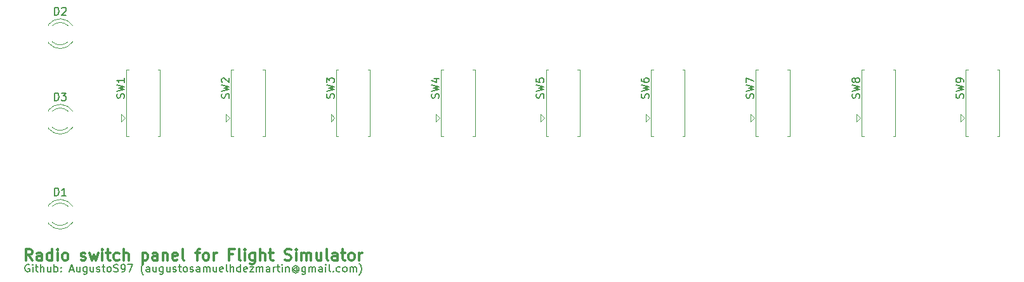
<source format=gbr>
%TF.GenerationSoftware,KiCad,Pcbnew,(5.1.9)-1*%
%TF.CreationDate,2021-09-28T20:53:43+01:00*%
%TF.ProjectId,cessna_switch_radio,63657373-6e61-45f7-9377-697463685f72,rev?*%
%TF.SameCoordinates,Original*%
%TF.FileFunction,Legend,Top*%
%TF.FilePolarity,Positive*%
%FSLAX46Y46*%
G04 Gerber Fmt 4.6, Leading zero omitted, Abs format (unit mm)*
G04 Created by KiCad (PCBNEW (5.1.9)-1) date 2021-09-28 20:53:43*
%MOMM*%
%LPD*%
G01*
G04 APERTURE LIST*
%ADD10C,0.150000*%
%ADD11C,0.300000*%
%ADD12C,0.120000*%
G04 APERTURE END LIST*
D10*
X37785238Y-62619000D02*
X37689999Y-62571380D01*
X37547142Y-62571380D01*
X37404285Y-62619000D01*
X37309047Y-62714238D01*
X37261428Y-62809476D01*
X37213809Y-62999952D01*
X37213809Y-63142809D01*
X37261428Y-63333285D01*
X37309047Y-63428523D01*
X37404285Y-63523761D01*
X37547142Y-63571380D01*
X37642380Y-63571380D01*
X37785238Y-63523761D01*
X37832857Y-63476142D01*
X37832857Y-63142809D01*
X37642380Y-63142809D01*
X38261428Y-63571380D02*
X38261428Y-62904714D01*
X38261428Y-62571380D02*
X38213809Y-62619000D01*
X38261428Y-62666619D01*
X38309047Y-62619000D01*
X38261428Y-62571380D01*
X38261428Y-62666619D01*
X38594761Y-62904714D02*
X38975714Y-62904714D01*
X38737619Y-62571380D02*
X38737619Y-63428523D01*
X38785238Y-63523761D01*
X38880476Y-63571380D01*
X38975714Y-63571380D01*
X39309047Y-63571380D02*
X39309047Y-62571380D01*
X39737619Y-63571380D02*
X39737619Y-63047571D01*
X39689999Y-62952333D01*
X39594761Y-62904714D01*
X39451904Y-62904714D01*
X39356666Y-62952333D01*
X39309047Y-62999952D01*
X40642380Y-62904714D02*
X40642380Y-63571380D01*
X40213809Y-62904714D02*
X40213809Y-63428523D01*
X40261428Y-63523761D01*
X40356666Y-63571380D01*
X40499523Y-63571380D01*
X40594761Y-63523761D01*
X40642380Y-63476142D01*
X41118571Y-63571380D02*
X41118571Y-62571380D01*
X41118571Y-62952333D02*
X41213809Y-62904714D01*
X41404285Y-62904714D01*
X41499523Y-62952333D01*
X41547142Y-62999952D01*
X41594761Y-63095190D01*
X41594761Y-63380904D01*
X41547142Y-63476142D01*
X41499523Y-63523761D01*
X41404285Y-63571380D01*
X41213809Y-63571380D01*
X41118571Y-63523761D01*
X42023333Y-63476142D02*
X42070952Y-63523761D01*
X42023333Y-63571380D01*
X41975714Y-63523761D01*
X42023333Y-63476142D01*
X42023333Y-63571380D01*
X42023333Y-62952333D02*
X42070952Y-62999952D01*
X42023333Y-63047571D01*
X41975714Y-62999952D01*
X42023333Y-62952333D01*
X42023333Y-63047571D01*
X43213809Y-63285666D02*
X43689999Y-63285666D01*
X43118571Y-63571380D02*
X43451904Y-62571380D01*
X43785238Y-63571380D01*
X44547142Y-62904714D02*
X44547142Y-63571380D01*
X44118571Y-62904714D02*
X44118571Y-63428523D01*
X44166190Y-63523761D01*
X44261428Y-63571380D01*
X44404285Y-63571380D01*
X44499523Y-63523761D01*
X44547142Y-63476142D01*
X45451904Y-62904714D02*
X45451904Y-63714238D01*
X45404285Y-63809476D01*
X45356666Y-63857095D01*
X45261428Y-63904714D01*
X45118571Y-63904714D01*
X45023333Y-63857095D01*
X45451904Y-63523761D02*
X45356666Y-63571380D01*
X45166190Y-63571380D01*
X45070952Y-63523761D01*
X45023333Y-63476142D01*
X44975714Y-63380904D01*
X44975714Y-63095190D01*
X45023333Y-62999952D01*
X45070952Y-62952333D01*
X45166190Y-62904714D01*
X45356666Y-62904714D01*
X45451904Y-62952333D01*
X46356666Y-62904714D02*
X46356666Y-63571380D01*
X45928095Y-62904714D02*
X45928095Y-63428523D01*
X45975714Y-63523761D01*
X46070952Y-63571380D01*
X46213809Y-63571380D01*
X46309047Y-63523761D01*
X46356666Y-63476142D01*
X46785238Y-63523761D02*
X46880476Y-63571380D01*
X47070952Y-63571380D01*
X47166190Y-63523761D01*
X47213809Y-63428523D01*
X47213809Y-63380904D01*
X47166190Y-63285666D01*
X47070952Y-63238047D01*
X46928095Y-63238047D01*
X46832857Y-63190428D01*
X46785238Y-63095190D01*
X46785238Y-63047571D01*
X46832857Y-62952333D01*
X46928095Y-62904714D01*
X47070952Y-62904714D01*
X47166190Y-62952333D01*
X47499523Y-62904714D02*
X47880476Y-62904714D01*
X47642380Y-62571380D02*
X47642380Y-63428523D01*
X47689999Y-63523761D01*
X47785238Y-63571380D01*
X47880476Y-63571380D01*
X48356666Y-63571380D02*
X48261428Y-63523761D01*
X48213809Y-63476142D01*
X48166190Y-63380904D01*
X48166190Y-63095190D01*
X48213809Y-62999952D01*
X48261428Y-62952333D01*
X48356666Y-62904714D01*
X48499523Y-62904714D01*
X48594761Y-62952333D01*
X48642380Y-62999952D01*
X48689999Y-63095190D01*
X48689999Y-63380904D01*
X48642380Y-63476142D01*
X48594761Y-63523761D01*
X48499523Y-63571380D01*
X48356666Y-63571380D01*
X49070952Y-63523761D02*
X49213809Y-63571380D01*
X49451904Y-63571380D01*
X49547142Y-63523761D01*
X49594761Y-63476142D01*
X49642380Y-63380904D01*
X49642380Y-63285666D01*
X49594761Y-63190428D01*
X49547142Y-63142809D01*
X49451904Y-63095190D01*
X49261428Y-63047571D01*
X49166190Y-62999952D01*
X49118571Y-62952333D01*
X49070952Y-62857095D01*
X49070952Y-62761857D01*
X49118571Y-62666619D01*
X49166190Y-62619000D01*
X49261428Y-62571380D01*
X49499523Y-62571380D01*
X49642380Y-62619000D01*
X50118571Y-63571380D02*
X50309047Y-63571380D01*
X50404285Y-63523761D01*
X50451904Y-63476142D01*
X50547142Y-63333285D01*
X50594761Y-63142809D01*
X50594761Y-62761857D01*
X50547142Y-62666619D01*
X50499523Y-62619000D01*
X50404285Y-62571380D01*
X50213809Y-62571380D01*
X50118571Y-62619000D01*
X50070952Y-62666619D01*
X50023333Y-62761857D01*
X50023333Y-62999952D01*
X50070952Y-63095190D01*
X50118571Y-63142809D01*
X50213809Y-63190428D01*
X50404285Y-63190428D01*
X50499523Y-63142809D01*
X50547142Y-63095190D01*
X50594761Y-62999952D01*
X50928095Y-62571380D02*
X51594761Y-62571380D01*
X51166190Y-63571380D01*
X53023333Y-63952333D02*
X52975714Y-63904714D01*
X52880476Y-63761857D01*
X52832857Y-63666619D01*
X52785238Y-63523761D01*
X52737619Y-63285666D01*
X52737619Y-63095190D01*
X52785238Y-62857095D01*
X52832857Y-62714238D01*
X52880476Y-62619000D01*
X52975714Y-62476142D01*
X53023333Y-62428523D01*
X53832857Y-63571380D02*
X53832857Y-63047571D01*
X53785238Y-62952333D01*
X53689999Y-62904714D01*
X53499523Y-62904714D01*
X53404285Y-62952333D01*
X53832857Y-63523761D02*
X53737619Y-63571380D01*
X53499523Y-63571380D01*
X53404285Y-63523761D01*
X53356666Y-63428523D01*
X53356666Y-63333285D01*
X53404285Y-63238047D01*
X53499523Y-63190428D01*
X53737619Y-63190428D01*
X53832857Y-63142809D01*
X54737619Y-62904714D02*
X54737619Y-63571380D01*
X54309047Y-62904714D02*
X54309047Y-63428523D01*
X54356666Y-63523761D01*
X54451904Y-63571380D01*
X54594761Y-63571380D01*
X54689999Y-63523761D01*
X54737619Y-63476142D01*
X55642380Y-62904714D02*
X55642380Y-63714238D01*
X55594761Y-63809476D01*
X55547142Y-63857095D01*
X55451904Y-63904714D01*
X55309047Y-63904714D01*
X55213809Y-63857095D01*
X55642380Y-63523761D02*
X55547142Y-63571380D01*
X55356666Y-63571380D01*
X55261428Y-63523761D01*
X55213809Y-63476142D01*
X55166190Y-63380904D01*
X55166190Y-63095190D01*
X55213809Y-62999952D01*
X55261428Y-62952333D01*
X55356666Y-62904714D01*
X55547142Y-62904714D01*
X55642380Y-62952333D01*
X56547142Y-62904714D02*
X56547142Y-63571380D01*
X56118571Y-62904714D02*
X56118571Y-63428523D01*
X56166190Y-63523761D01*
X56261428Y-63571380D01*
X56404285Y-63571380D01*
X56499523Y-63523761D01*
X56547142Y-63476142D01*
X56975714Y-63523761D02*
X57070952Y-63571380D01*
X57261428Y-63571380D01*
X57356666Y-63523761D01*
X57404285Y-63428523D01*
X57404285Y-63380904D01*
X57356666Y-63285666D01*
X57261428Y-63238047D01*
X57118571Y-63238047D01*
X57023333Y-63190428D01*
X56975714Y-63095190D01*
X56975714Y-63047571D01*
X57023333Y-62952333D01*
X57118571Y-62904714D01*
X57261428Y-62904714D01*
X57356666Y-62952333D01*
X57689999Y-62904714D02*
X58070952Y-62904714D01*
X57832857Y-62571380D02*
X57832857Y-63428523D01*
X57880476Y-63523761D01*
X57975714Y-63571380D01*
X58070952Y-63571380D01*
X58547142Y-63571380D02*
X58451904Y-63523761D01*
X58404285Y-63476142D01*
X58356666Y-63380904D01*
X58356666Y-63095190D01*
X58404285Y-62999952D01*
X58451904Y-62952333D01*
X58547142Y-62904714D01*
X58689999Y-62904714D01*
X58785238Y-62952333D01*
X58832857Y-62999952D01*
X58880476Y-63095190D01*
X58880476Y-63380904D01*
X58832857Y-63476142D01*
X58785238Y-63523761D01*
X58689999Y-63571380D01*
X58547142Y-63571380D01*
X59261428Y-63523761D02*
X59356666Y-63571380D01*
X59547142Y-63571380D01*
X59642380Y-63523761D01*
X59689999Y-63428523D01*
X59689999Y-63380904D01*
X59642380Y-63285666D01*
X59547142Y-63238047D01*
X59404285Y-63238047D01*
X59309047Y-63190428D01*
X59261428Y-63095190D01*
X59261428Y-63047571D01*
X59309047Y-62952333D01*
X59404285Y-62904714D01*
X59547142Y-62904714D01*
X59642380Y-62952333D01*
X60547142Y-63571380D02*
X60547142Y-63047571D01*
X60499523Y-62952333D01*
X60404285Y-62904714D01*
X60213809Y-62904714D01*
X60118571Y-62952333D01*
X60547142Y-63523761D02*
X60451904Y-63571380D01*
X60213809Y-63571380D01*
X60118571Y-63523761D01*
X60070952Y-63428523D01*
X60070952Y-63333285D01*
X60118571Y-63238047D01*
X60213809Y-63190428D01*
X60451904Y-63190428D01*
X60547142Y-63142809D01*
X61023333Y-63571380D02*
X61023333Y-62904714D01*
X61023333Y-62999952D02*
X61070952Y-62952333D01*
X61166190Y-62904714D01*
X61309047Y-62904714D01*
X61404285Y-62952333D01*
X61451904Y-63047571D01*
X61451904Y-63571380D01*
X61451904Y-63047571D02*
X61499523Y-62952333D01*
X61594761Y-62904714D01*
X61737619Y-62904714D01*
X61832857Y-62952333D01*
X61880476Y-63047571D01*
X61880476Y-63571380D01*
X62785238Y-62904714D02*
X62785238Y-63571380D01*
X62356666Y-62904714D02*
X62356666Y-63428523D01*
X62404285Y-63523761D01*
X62499523Y-63571380D01*
X62642380Y-63571380D01*
X62737619Y-63523761D01*
X62785238Y-63476142D01*
X63642380Y-63523761D02*
X63547142Y-63571380D01*
X63356666Y-63571380D01*
X63261428Y-63523761D01*
X63213809Y-63428523D01*
X63213809Y-63047571D01*
X63261428Y-62952333D01*
X63356666Y-62904714D01*
X63547142Y-62904714D01*
X63642380Y-62952333D01*
X63689999Y-63047571D01*
X63689999Y-63142809D01*
X63213809Y-63238047D01*
X64261428Y-63571380D02*
X64166190Y-63523761D01*
X64118571Y-63428523D01*
X64118571Y-62571380D01*
X64642380Y-63571380D02*
X64642380Y-62571380D01*
X65070952Y-63571380D02*
X65070952Y-63047571D01*
X65023333Y-62952333D01*
X64928095Y-62904714D01*
X64785238Y-62904714D01*
X64689999Y-62952333D01*
X64642380Y-62999952D01*
X65975714Y-63571380D02*
X65975714Y-62571380D01*
X65975714Y-63523761D02*
X65880476Y-63571380D01*
X65689999Y-63571380D01*
X65594761Y-63523761D01*
X65547142Y-63476142D01*
X65499523Y-63380904D01*
X65499523Y-63095190D01*
X65547142Y-62999952D01*
X65594761Y-62952333D01*
X65689999Y-62904714D01*
X65880476Y-62904714D01*
X65975714Y-62952333D01*
X66832857Y-63523761D02*
X66737619Y-63571380D01*
X66547142Y-63571380D01*
X66451904Y-63523761D01*
X66404285Y-63428523D01*
X66404285Y-63047571D01*
X66451904Y-62952333D01*
X66547142Y-62904714D01*
X66737619Y-62904714D01*
X66832857Y-62952333D01*
X66880476Y-63047571D01*
X66880476Y-63142809D01*
X66404285Y-63238047D01*
X67213809Y-62904714D02*
X67737619Y-62904714D01*
X67213809Y-63571380D01*
X67737619Y-63571380D01*
X68118571Y-63571380D02*
X68118571Y-62904714D01*
X68118571Y-62999952D02*
X68166190Y-62952333D01*
X68261428Y-62904714D01*
X68404285Y-62904714D01*
X68499523Y-62952333D01*
X68547142Y-63047571D01*
X68547142Y-63571380D01*
X68547142Y-63047571D02*
X68594761Y-62952333D01*
X68689999Y-62904714D01*
X68832857Y-62904714D01*
X68928095Y-62952333D01*
X68975714Y-63047571D01*
X68975714Y-63571380D01*
X69880476Y-63571380D02*
X69880476Y-63047571D01*
X69832857Y-62952333D01*
X69737619Y-62904714D01*
X69547142Y-62904714D01*
X69451904Y-62952333D01*
X69880476Y-63523761D02*
X69785238Y-63571380D01*
X69547142Y-63571380D01*
X69451904Y-63523761D01*
X69404285Y-63428523D01*
X69404285Y-63333285D01*
X69451904Y-63238047D01*
X69547142Y-63190428D01*
X69785238Y-63190428D01*
X69880476Y-63142809D01*
X70356666Y-63571380D02*
X70356666Y-62904714D01*
X70356666Y-63095190D02*
X70404285Y-62999952D01*
X70451904Y-62952333D01*
X70547142Y-62904714D01*
X70642380Y-62904714D01*
X70832857Y-62904714D02*
X71213809Y-62904714D01*
X70975714Y-62571380D02*
X70975714Y-63428523D01*
X71023333Y-63523761D01*
X71118571Y-63571380D01*
X71213809Y-63571380D01*
X71547142Y-63571380D02*
X71547142Y-62904714D01*
X71547142Y-62571380D02*
X71499523Y-62619000D01*
X71547142Y-62666619D01*
X71594761Y-62619000D01*
X71547142Y-62571380D01*
X71547142Y-62666619D01*
X72023333Y-62904714D02*
X72023333Y-63571380D01*
X72023333Y-62999952D02*
X72070952Y-62952333D01*
X72166190Y-62904714D01*
X72309047Y-62904714D01*
X72404285Y-62952333D01*
X72451904Y-63047571D01*
X72451904Y-63571380D01*
X73547142Y-63095190D02*
X73499523Y-63047571D01*
X73404285Y-62999952D01*
X73309047Y-62999952D01*
X73213809Y-63047571D01*
X73166190Y-63095190D01*
X73118571Y-63190428D01*
X73118571Y-63285666D01*
X73166190Y-63380904D01*
X73213809Y-63428523D01*
X73309047Y-63476142D01*
X73404285Y-63476142D01*
X73499523Y-63428523D01*
X73547142Y-63380904D01*
X73547142Y-62999952D02*
X73547142Y-63380904D01*
X73594761Y-63428523D01*
X73642380Y-63428523D01*
X73737619Y-63380904D01*
X73785238Y-63285666D01*
X73785238Y-63047571D01*
X73689999Y-62904714D01*
X73547142Y-62809476D01*
X73356666Y-62761857D01*
X73166190Y-62809476D01*
X73023333Y-62904714D01*
X72928095Y-63047571D01*
X72880476Y-63238047D01*
X72928095Y-63428523D01*
X73023333Y-63571380D01*
X73166190Y-63666619D01*
X73356666Y-63714238D01*
X73547142Y-63666619D01*
X73689999Y-63571380D01*
X74642380Y-62904714D02*
X74642380Y-63714238D01*
X74594761Y-63809476D01*
X74547142Y-63857095D01*
X74451904Y-63904714D01*
X74309047Y-63904714D01*
X74213809Y-63857095D01*
X74642380Y-63523761D02*
X74547142Y-63571380D01*
X74356666Y-63571380D01*
X74261428Y-63523761D01*
X74213809Y-63476142D01*
X74166190Y-63380904D01*
X74166190Y-63095190D01*
X74213809Y-62999952D01*
X74261428Y-62952333D01*
X74356666Y-62904714D01*
X74547142Y-62904714D01*
X74642380Y-62952333D01*
X75118571Y-63571380D02*
X75118571Y-62904714D01*
X75118571Y-62999952D02*
X75166190Y-62952333D01*
X75261428Y-62904714D01*
X75404285Y-62904714D01*
X75499523Y-62952333D01*
X75547142Y-63047571D01*
X75547142Y-63571380D01*
X75547142Y-63047571D02*
X75594761Y-62952333D01*
X75689999Y-62904714D01*
X75832857Y-62904714D01*
X75928095Y-62952333D01*
X75975714Y-63047571D01*
X75975714Y-63571380D01*
X76880476Y-63571380D02*
X76880476Y-63047571D01*
X76832857Y-62952333D01*
X76737619Y-62904714D01*
X76547142Y-62904714D01*
X76451904Y-62952333D01*
X76880476Y-63523761D02*
X76785238Y-63571380D01*
X76547142Y-63571380D01*
X76451904Y-63523761D01*
X76404285Y-63428523D01*
X76404285Y-63333285D01*
X76451904Y-63238047D01*
X76547142Y-63190428D01*
X76785238Y-63190428D01*
X76880476Y-63142809D01*
X77356666Y-63571380D02*
X77356666Y-62904714D01*
X77356666Y-62571380D02*
X77309047Y-62619000D01*
X77356666Y-62666619D01*
X77404285Y-62619000D01*
X77356666Y-62571380D01*
X77356666Y-62666619D01*
X77975714Y-63571380D02*
X77880476Y-63523761D01*
X77832857Y-63428523D01*
X77832857Y-62571380D01*
X78356666Y-63476142D02*
X78404285Y-63523761D01*
X78356666Y-63571380D01*
X78309047Y-63523761D01*
X78356666Y-63476142D01*
X78356666Y-63571380D01*
X79261428Y-63523761D02*
X79166190Y-63571380D01*
X78975714Y-63571380D01*
X78880476Y-63523761D01*
X78832857Y-63476142D01*
X78785238Y-63380904D01*
X78785238Y-63095190D01*
X78832857Y-62999952D01*
X78880476Y-62952333D01*
X78975714Y-62904714D01*
X79166190Y-62904714D01*
X79261428Y-62952333D01*
X79832857Y-63571380D02*
X79737619Y-63523761D01*
X79689999Y-63476142D01*
X79642380Y-63380904D01*
X79642380Y-63095190D01*
X79689999Y-62999952D01*
X79737619Y-62952333D01*
X79832857Y-62904714D01*
X79975714Y-62904714D01*
X80070952Y-62952333D01*
X80118571Y-62999952D01*
X80166190Y-63095190D01*
X80166190Y-63380904D01*
X80118571Y-63476142D01*
X80070952Y-63523761D01*
X79975714Y-63571380D01*
X79832857Y-63571380D01*
X80594761Y-63571380D02*
X80594761Y-62904714D01*
X80594761Y-62999952D02*
X80642380Y-62952333D01*
X80737619Y-62904714D01*
X80880476Y-62904714D01*
X80975714Y-62952333D01*
X81023333Y-63047571D01*
X81023333Y-63571380D01*
X81023333Y-63047571D02*
X81070952Y-62952333D01*
X81166190Y-62904714D01*
X81309047Y-62904714D01*
X81404285Y-62952333D01*
X81451904Y-63047571D01*
X81451904Y-63571380D01*
X81832857Y-63952333D02*
X81880476Y-63904714D01*
X81975714Y-63761857D01*
X82023333Y-63666619D01*
X82070952Y-63523761D01*
X82118571Y-63285666D01*
X82118571Y-63095190D01*
X82070952Y-62857095D01*
X82023333Y-62714238D01*
X81975714Y-62619000D01*
X81880476Y-62476142D01*
X81832857Y-62428523D01*
D11*
X38190000Y-62019571D02*
X37690000Y-61305285D01*
X37332857Y-62019571D02*
X37332857Y-60519571D01*
X37904285Y-60519571D01*
X38047142Y-60591000D01*
X38118571Y-60662428D01*
X38190000Y-60805285D01*
X38190000Y-61019571D01*
X38118571Y-61162428D01*
X38047142Y-61233857D01*
X37904285Y-61305285D01*
X37332857Y-61305285D01*
X39475714Y-62019571D02*
X39475714Y-61233857D01*
X39404285Y-61091000D01*
X39261428Y-61019571D01*
X38975714Y-61019571D01*
X38832857Y-61091000D01*
X39475714Y-61948142D02*
X39332857Y-62019571D01*
X38975714Y-62019571D01*
X38832857Y-61948142D01*
X38761428Y-61805285D01*
X38761428Y-61662428D01*
X38832857Y-61519571D01*
X38975714Y-61448142D01*
X39332857Y-61448142D01*
X39475714Y-61376714D01*
X40832857Y-62019571D02*
X40832857Y-60519571D01*
X40832857Y-61948142D02*
X40690000Y-62019571D01*
X40404285Y-62019571D01*
X40261428Y-61948142D01*
X40190000Y-61876714D01*
X40118571Y-61733857D01*
X40118571Y-61305285D01*
X40190000Y-61162428D01*
X40261428Y-61091000D01*
X40404285Y-61019571D01*
X40690000Y-61019571D01*
X40832857Y-61091000D01*
X41547142Y-62019571D02*
X41547142Y-61019571D01*
X41547142Y-60519571D02*
X41475714Y-60591000D01*
X41547142Y-60662428D01*
X41618571Y-60591000D01*
X41547142Y-60519571D01*
X41547142Y-60662428D01*
X42475714Y-62019571D02*
X42332857Y-61948142D01*
X42261428Y-61876714D01*
X42190000Y-61733857D01*
X42190000Y-61305285D01*
X42261428Y-61162428D01*
X42332857Y-61091000D01*
X42475714Y-61019571D01*
X42690000Y-61019571D01*
X42832857Y-61091000D01*
X42904285Y-61162428D01*
X42975714Y-61305285D01*
X42975714Y-61733857D01*
X42904285Y-61876714D01*
X42832857Y-61948142D01*
X42690000Y-62019571D01*
X42475714Y-62019571D01*
X44690000Y-61948142D02*
X44832857Y-62019571D01*
X45118571Y-62019571D01*
X45261428Y-61948142D01*
X45332857Y-61805285D01*
X45332857Y-61733857D01*
X45261428Y-61591000D01*
X45118571Y-61519571D01*
X44904285Y-61519571D01*
X44761428Y-61448142D01*
X44690000Y-61305285D01*
X44690000Y-61233857D01*
X44761428Y-61091000D01*
X44904285Y-61019571D01*
X45118571Y-61019571D01*
X45261428Y-61091000D01*
X45832857Y-61019571D02*
X46118571Y-62019571D01*
X46404285Y-61305285D01*
X46690000Y-62019571D01*
X46975714Y-61019571D01*
X47547142Y-62019571D02*
X47547142Y-61019571D01*
X47547142Y-60519571D02*
X47475714Y-60591000D01*
X47547142Y-60662428D01*
X47618571Y-60591000D01*
X47547142Y-60519571D01*
X47547142Y-60662428D01*
X48047142Y-61019571D02*
X48618571Y-61019571D01*
X48261428Y-60519571D02*
X48261428Y-61805285D01*
X48332857Y-61948142D01*
X48475714Y-62019571D01*
X48618571Y-62019571D01*
X49761428Y-61948142D02*
X49618571Y-62019571D01*
X49332857Y-62019571D01*
X49190000Y-61948142D01*
X49118571Y-61876714D01*
X49047142Y-61733857D01*
X49047142Y-61305285D01*
X49118571Y-61162428D01*
X49190000Y-61091000D01*
X49332857Y-61019571D01*
X49618571Y-61019571D01*
X49761428Y-61091000D01*
X50404285Y-62019571D02*
X50404285Y-60519571D01*
X51047142Y-62019571D02*
X51047142Y-61233857D01*
X50975714Y-61091000D01*
X50832857Y-61019571D01*
X50618571Y-61019571D01*
X50475714Y-61091000D01*
X50404285Y-61162428D01*
X52904285Y-61019571D02*
X52904285Y-62519571D01*
X52904285Y-61091000D02*
X53047142Y-61019571D01*
X53332857Y-61019571D01*
X53475714Y-61091000D01*
X53547142Y-61162428D01*
X53618571Y-61305285D01*
X53618571Y-61733857D01*
X53547142Y-61876714D01*
X53475714Y-61948142D01*
X53332857Y-62019571D01*
X53047142Y-62019571D01*
X52904285Y-61948142D01*
X54904285Y-62019571D02*
X54904285Y-61233857D01*
X54832857Y-61091000D01*
X54690000Y-61019571D01*
X54404285Y-61019571D01*
X54261428Y-61091000D01*
X54904285Y-61948142D02*
X54761428Y-62019571D01*
X54404285Y-62019571D01*
X54261428Y-61948142D01*
X54190000Y-61805285D01*
X54190000Y-61662428D01*
X54261428Y-61519571D01*
X54404285Y-61448142D01*
X54761428Y-61448142D01*
X54904285Y-61376714D01*
X55618571Y-61019571D02*
X55618571Y-62019571D01*
X55618571Y-61162428D02*
X55690000Y-61091000D01*
X55832857Y-61019571D01*
X56047142Y-61019571D01*
X56190000Y-61091000D01*
X56261428Y-61233857D01*
X56261428Y-62019571D01*
X57547142Y-61948142D02*
X57404285Y-62019571D01*
X57118571Y-62019571D01*
X56975714Y-61948142D01*
X56904285Y-61805285D01*
X56904285Y-61233857D01*
X56975714Y-61091000D01*
X57118571Y-61019571D01*
X57404285Y-61019571D01*
X57547142Y-61091000D01*
X57618571Y-61233857D01*
X57618571Y-61376714D01*
X56904285Y-61519571D01*
X58475714Y-62019571D02*
X58332857Y-61948142D01*
X58261428Y-61805285D01*
X58261428Y-60519571D01*
X59975714Y-61019571D02*
X60547142Y-61019571D01*
X60190000Y-62019571D02*
X60190000Y-60733857D01*
X60261428Y-60591000D01*
X60404285Y-60519571D01*
X60547142Y-60519571D01*
X61261428Y-62019571D02*
X61118571Y-61948142D01*
X61047142Y-61876714D01*
X60975714Y-61733857D01*
X60975714Y-61305285D01*
X61047142Y-61162428D01*
X61118571Y-61091000D01*
X61261428Y-61019571D01*
X61475714Y-61019571D01*
X61618571Y-61091000D01*
X61690000Y-61162428D01*
X61761428Y-61305285D01*
X61761428Y-61733857D01*
X61690000Y-61876714D01*
X61618571Y-61948142D01*
X61475714Y-62019571D01*
X61261428Y-62019571D01*
X62404285Y-62019571D02*
X62404285Y-61019571D01*
X62404285Y-61305285D02*
X62475714Y-61162428D01*
X62547142Y-61091000D01*
X62690000Y-61019571D01*
X62832857Y-61019571D01*
X64975714Y-61233857D02*
X64475714Y-61233857D01*
X64475714Y-62019571D02*
X64475714Y-60519571D01*
X65190000Y-60519571D01*
X65975714Y-62019571D02*
X65832857Y-61948142D01*
X65761428Y-61805285D01*
X65761428Y-60519571D01*
X66547142Y-62019571D02*
X66547142Y-61019571D01*
X66547142Y-60519571D02*
X66475714Y-60591000D01*
X66547142Y-60662428D01*
X66618571Y-60591000D01*
X66547142Y-60519571D01*
X66547142Y-60662428D01*
X67904285Y-61019571D02*
X67904285Y-62233857D01*
X67832857Y-62376714D01*
X67761428Y-62448142D01*
X67618571Y-62519571D01*
X67404285Y-62519571D01*
X67261428Y-62448142D01*
X67904285Y-61948142D02*
X67761428Y-62019571D01*
X67475714Y-62019571D01*
X67332857Y-61948142D01*
X67261428Y-61876714D01*
X67190000Y-61733857D01*
X67190000Y-61305285D01*
X67261428Y-61162428D01*
X67332857Y-61091000D01*
X67475714Y-61019571D01*
X67761428Y-61019571D01*
X67904285Y-61091000D01*
X68618571Y-62019571D02*
X68618571Y-60519571D01*
X69261428Y-62019571D02*
X69261428Y-61233857D01*
X69190000Y-61091000D01*
X69047142Y-61019571D01*
X68832857Y-61019571D01*
X68690000Y-61091000D01*
X68618571Y-61162428D01*
X69761428Y-61019571D02*
X70332857Y-61019571D01*
X69975714Y-60519571D02*
X69975714Y-61805285D01*
X70047142Y-61948142D01*
X70190000Y-62019571D01*
X70332857Y-62019571D01*
X71904285Y-61948142D02*
X72118571Y-62019571D01*
X72475714Y-62019571D01*
X72618571Y-61948142D01*
X72690000Y-61876714D01*
X72761428Y-61733857D01*
X72761428Y-61591000D01*
X72690000Y-61448142D01*
X72618571Y-61376714D01*
X72475714Y-61305285D01*
X72190000Y-61233857D01*
X72047142Y-61162428D01*
X71975714Y-61091000D01*
X71904285Y-60948142D01*
X71904285Y-60805285D01*
X71975714Y-60662428D01*
X72047142Y-60591000D01*
X72190000Y-60519571D01*
X72547142Y-60519571D01*
X72761428Y-60591000D01*
X73404285Y-62019571D02*
X73404285Y-61019571D01*
X73404285Y-60519571D02*
X73332857Y-60591000D01*
X73404285Y-60662428D01*
X73475714Y-60591000D01*
X73404285Y-60519571D01*
X73404285Y-60662428D01*
X74118571Y-62019571D02*
X74118571Y-61019571D01*
X74118571Y-61162428D02*
X74190000Y-61091000D01*
X74332857Y-61019571D01*
X74547142Y-61019571D01*
X74690000Y-61091000D01*
X74761428Y-61233857D01*
X74761428Y-62019571D01*
X74761428Y-61233857D02*
X74832857Y-61091000D01*
X74975714Y-61019571D01*
X75190000Y-61019571D01*
X75332857Y-61091000D01*
X75404285Y-61233857D01*
X75404285Y-62019571D01*
X76761428Y-61019571D02*
X76761428Y-62019571D01*
X76118571Y-61019571D02*
X76118571Y-61805285D01*
X76190000Y-61948142D01*
X76332857Y-62019571D01*
X76547142Y-62019571D01*
X76690000Y-61948142D01*
X76761428Y-61876714D01*
X77690000Y-62019571D02*
X77547142Y-61948142D01*
X77475714Y-61805285D01*
X77475714Y-60519571D01*
X78904285Y-62019571D02*
X78904285Y-61233857D01*
X78832857Y-61091000D01*
X78690000Y-61019571D01*
X78404285Y-61019571D01*
X78261428Y-61091000D01*
X78904285Y-61948142D02*
X78761428Y-62019571D01*
X78404285Y-62019571D01*
X78261428Y-61948142D01*
X78190000Y-61805285D01*
X78190000Y-61662428D01*
X78261428Y-61519571D01*
X78404285Y-61448142D01*
X78761428Y-61448142D01*
X78904285Y-61376714D01*
X79404285Y-61019571D02*
X79975714Y-61019571D01*
X79618571Y-60519571D02*
X79618571Y-61805285D01*
X79690000Y-61948142D01*
X79832857Y-62019571D01*
X79975714Y-62019571D01*
X80690000Y-62019571D02*
X80547142Y-61948142D01*
X80475714Y-61876714D01*
X80404285Y-61733857D01*
X80404285Y-61305285D01*
X80475714Y-61162428D01*
X80547142Y-61091000D01*
X80690000Y-61019571D01*
X80904285Y-61019571D01*
X81047142Y-61091000D01*
X81118571Y-61162428D01*
X81190000Y-61305285D01*
X81190000Y-61733857D01*
X81118571Y-61876714D01*
X81047142Y-61948142D01*
X80904285Y-62019571D01*
X80690000Y-62019571D01*
X81832857Y-62019571D02*
X81832857Y-61019571D01*
X81832857Y-61305285D02*
X81904285Y-61162428D01*
X81975714Y-61091000D01*
X82118571Y-61019571D01*
X82261428Y-61019571D01*
D12*
%TO.C,SW9*%
X162040000Y-42500000D02*
X162040000Y-43500000D01*
X162540000Y-43000000D02*
X162040000Y-42500000D01*
X162040000Y-43500000D02*
X162540000Y-43000000D01*
X167260000Y-36590000D02*
X166950000Y-36590000D01*
X167260000Y-45410000D02*
X166950000Y-45410000D01*
X163050000Y-45410000D02*
X162740000Y-45410000D01*
X167260000Y-36590000D02*
X167260000Y-45410000D01*
X162740000Y-36590000D02*
X163050000Y-36590000D01*
X162740000Y-45410000D02*
X162740000Y-36590000D01*
%TO.C,SW8*%
X148170000Y-42500000D02*
X148170000Y-43500000D01*
X148670000Y-43000000D02*
X148170000Y-42500000D01*
X148170000Y-43500000D02*
X148670000Y-43000000D01*
X153390000Y-36590000D02*
X153080000Y-36590000D01*
X153390000Y-45410000D02*
X153080000Y-45410000D01*
X149180000Y-45410000D02*
X148870000Y-45410000D01*
X153390000Y-36590000D02*
X153390000Y-45410000D01*
X148870000Y-36590000D02*
X149180000Y-36590000D01*
X148870000Y-45410000D02*
X148870000Y-36590000D01*
%TO.C,SW7*%
X134040000Y-42500000D02*
X134040000Y-43500000D01*
X134540000Y-43000000D02*
X134040000Y-42500000D01*
X134040000Y-43500000D02*
X134540000Y-43000000D01*
X139260000Y-36590000D02*
X138950000Y-36590000D01*
X139260000Y-45410000D02*
X138950000Y-45410000D01*
X135050000Y-45410000D02*
X134740000Y-45410000D01*
X139260000Y-36590000D02*
X139260000Y-45410000D01*
X134740000Y-36590000D02*
X135050000Y-36590000D01*
X134740000Y-45410000D02*
X134740000Y-36590000D01*
%TO.C,SW6*%
X120040000Y-42500000D02*
X120040000Y-43500000D01*
X120540000Y-43000000D02*
X120040000Y-42500000D01*
X120040000Y-43500000D02*
X120540000Y-43000000D01*
X125260000Y-36590000D02*
X124950000Y-36590000D01*
X125260000Y-45410000D02*
X124950000Y-45410000D01*
X121050000Y-45410000D02*
X120740000Y-45410000D01*
X125260000Y-36590000D02*
X125260000Y-45410000D01*
X120740000Y-36590000D02*
X121050000Y-36590000D01*
X120740000Y-45410000D02*
X120740000Y-36590000D01*
%TO.C,SW5*%
X106040000Y-42500000D02*
X106040000Y-43500000D01*
X106540000Y-43000000D02*
X106040000Y-42500000D01*
X106040000Y-43500000D02*
X106540000Y-43000000D01*
X111260000Y-36590000D02*
X110950000Y-36590000D01*
X111260000Y-45410000D02*
X110950000Y-45410000D01*
X107050000Y-45410000D02*
X106740000Y-45410000D01*
X111260000Y-36590000D02*
X111260000Y-45410000D01*
X106740000Y-36590000D02*
X107050000Y-36590000D01*
X106740000Y-45410000D02*
X106740000Y-36590000D01*
%TO.C,SW4*%
X92040000Y-42500000D02*
X92040000Y-43500000D01*
X92540000Y-43000000D02*
X92040000Y-42500000D01*
X92040000Y-43500000D02*
X92540000Y-43000000D01*
X97260000Y-36590000D02*
X96950000Y-36590000D01*
X97260000Y-45410000D02*
X96950000Y-45410000D01*
X93050000Y-45410000D02*
X92740000Y-45410000D01*
X97260000Y-36590000D02*
X97260000Y-45410000D01*
X92740000Y-36590000D02*
X93050000Y-36590000D01*
X92740000Y-45410000D02*
X92740000Y-36590000D01*
%TO.C,SW3*%
X78040000Y-42500000D02*
X78040000Y-43500000D01*
X78540000Y-43000000D02*
X78040000Y-42500000D01*
X78040000Y-43500000D02*
X78540000Y-43000000D01*
X83260000Y-36590000D02*
X82950000Y-36590000D01*
X83260000Y-45410000D02*
X82950000Y-45410000D01*
X79050000Y-45410000D02*
X78740000Y-45410000D01*
X83260000Y-36590000D02*
X83260000Y-45410000D01*
X78740000Y-36590000D02*
X79050000Y-36590000D01*
X78740000Y-45410000D02*
X78740000Y-36590000D01*
%TO.C,SW2*%
X64040000Y-42500000D02*
X64040000Y-43500000D01*
X64540000Y-43000000D02*
X64040000Y-42500000D01*
X64040000Y-43500000D02*
X64540000Y-43000000D01*
X69260000Y-36590000D02*
X68950000Y-36590000D01*
X69260000Y-45410000D02*
X68950000Y-45410000D01*
X65050000Y-45410000D02*
X64740000Y-45410000D01*
X69260000Y-36590000D02*
X69260000Y-45410000D01*
X64740000Y-36590000D02*
X65050000Y-36590000D01*
X64740000Y-45410000D02*
X64740000Y-36590000D01*
%TO.C,SW1*%
X50040000Y-42500000D02*
X50040000Y-43500000D01*
X50540000Y-43000000D02*
X50040000Y-42500000D01*
X50040000Y-43500000D02*
X50540000Y-43000000D01*
X55260000Y-36590000D02*
X54950000Y-36590000D01*
X55260000Y-45410000D02*
X54950000Y-45410000D01*
X51050000Y-45410000D02*
X50740000Y-45410000D01*
X55260000Y-36590000D02*
X55260000Y-45410000D01*
X50740000Y-36590000D02*
X51050000Y-36590000D01*
X50740000Y-45410000D02*
X50740000Y-36590000D01*
%TO.C,D3*%
X42951130Y-44259837D02*
G75*
G02*
X40869039Y-44260000I-1041130J1079837D01*
G01*
X42951130Y-42100163D02*
G75*
G03*
X40869039Y-42100000I-1041130J-1079837D01*
G01*
X43582335Y-44258608D02*
G75*
G02*
X40350000Y-44415516I-1672335J1078608D01*
G01*
X43582335Y-42101392D02*
G75*
G03*
X40350000Y-41944484I-1672335J-1078608D01*
G01*
X40350000Y-41944000D02*
X40350000Y-42100000D01*
X40350000Y-44260000D02*
X40350000Y-44416000D01*
%TO.C,D2*%
X42951130Y-32829837D02*
G75*
G02*
X40869039Y-32830000I-1041130J1079837D01*
G01*
X42951130Y-30670163D02*
G75*
G03*
X40869039Y-30670000I-1041130J-1079837D01*
G01*
X43582335Y-32828608D02*
G75*
G02*
X40350000Y-32985516I-1672335J1078608D01*
G01*
X43582335Y-30671392D02*
G75*
G03*
X40350000Y-30514484I-1672335J-1078608D01*
G01*
X40350000Y-30514000D02*
X40350000Y-30670000D01*
X40350000Y-32830000D02*
X40350000Y-32986000D01*
%TO.C,D1*%
X42951130Y-56959837D02*
G75*
G02*
X40869039Y-56960000I-1041130J1079837D01*
G01*
X42951130Y-54800163D02*
G75*
G03*
X40869039Y-54800000I-1041130J-1079837D01*
G01*
X43582335Y-56958608D02*
G75*
G02*
X40350000Y-57115516I-1672335J1078608D01*
G01*
X43582335Y-54801392D02*
G75*
G03*
X40350000Y-54644484I-1672335J-1078608D01*
G01*
X40350000Y-54644000D02*
X40350000Y-54800000D01*
X40350000Y-56960000D02*
X40350000Y-57116000D01*
%TO.C,SW9*%
D10*
X162414761Y-40343333D02*
X162462380Y-40200476D01*
X162462380Y-39962380D01*
X162414761Y-39867142D01*
X162367142Y-39819523D01*
X162271904Y-39771904D01*
X162176666Y-39771904D01*
X162081428Y-39819523D01*
X162033809Y-39867142D01*
X161986190Y-39962380D01*
X161938571Y-40152857D01*
X161890952Y-40248095D01*
X161843333Y-40295714D01*
X161748095Y-40343333D01*
X161652857Y-40343333D01*
X161557619Y-40295714D01*
X161510000Y-40248095D01*
X161462380Y-40152857D01*
X161462380Y-39914761D01*
X161510000Y-39771904D01*
X161462380Y-39438571D02*
X162462380Y-39200476D01*
X161748095Y-39010000D01*
X162462380Y-38819523D01*
X161462380Y-38581428D01*
X162462380Y-38152857D02*
X162462380Y-37962380D01*
X162414761Y-37867142D01*
X162367142Y-37819523D01*
X162224285Y-37724285D01*
X162033809Y-37676666D01*
X161652857Y-37676666D01*
X161557619Y-37724285D01*
X161510000Y-37771904D01*
X161462380Y-37867142D01*
X161462380Y-38057619D01*
X161510000Y-38152857D01*
X161557619Y-38200476D01*
X161652857Y-38248095D01*
X161890952Y-38248095D01*
X161986190Y-38200476D01*
X162033809Y-38152857D01*
X162081428Y-38057619D01*
X162081428Y-37867142D01*
X162033809Y-37771904D01*
X161986190Y-37724285D01*
X161890952Y-37676666D01*
%TO.C,SW8*%
X148544761Y-40343333D02*
X148592380Y-40200476D01*
X148592380Y-39962380D01*
X148544761Y-39867142D01*
X148497142Y-39819523D01*
X148401904Y-39771904D01*
X148306666Y-39771904D01*
X148211428Y-39819523D01*
X148163809Y-39867142D01*
X148116190Y-39962380D01*
X148068571Y-40152857D01*
X148020952Y-40248095D01*
X147973333Y-40295714D01*
X147878095Y-40343333D01*
X147782857Y-40343333D01*
X147687619Y-40295714D01*
X147640000Y-40248095D01*
X147592380Y-40152857D01*
X147592380Y-39914761D01*
X147640000Y-39771904D01*
X147592380Y-39438571D02*
X148592380Y-39200476D01*
X147878095Y-39010000D01*
X148592380Y-38819523D01*
X147592380Y-38581428D01*
X148020952Y-38057619D02*
X147973333Y-38152857D01*
X147925714Y-38200476D01*
X147830476Y-38248095D01*
X147782857Y-38248095D01*
X147687619Y-38200476D01*
X147640000Y-38152857D01*
X147592380Y-38057619D01*
X147592380Y-37867142D01*
X147640000Y-37771904D01*
X147687619Y-37724285D01*
X147782857Y-37676666D01*
X147830476Y-37676666D01*
X147925714Y-37724285D01*
X147973333Y-37771904D01*
X148020952Y-37867142D01*
X148020952Y-38057619D01*
X148068571Y-38152857D01*
X148116190Y-38200476D01*
X148211428Y-38248095D01*
X148401904Y-38248095D01*
X148497142Y-38200476D01*
X148544761Y-38152857D01*
X148592380Y-38057619D01*
X148592380Y-37867142D01*
X148544761Y-37771904D01*
X148497142Y-37724285D01*
X148401904Y-37676666D01*
X148211428Y-37676666D01*
X148116190Y-37724285D01*
X148068571Y-37771904D01*
X148020952Y-37867142D01*
%TO.C,SW7*%
X134414761Y-40343333D02*
X134462380Y-40200476D01*
X134462380Y-39962380D01*
X134414761Y-39867142D01*
X134367142Y-39819523D01*
X134271904Y-39771904D01*
X134176666Y-39771904D01*
X134081428Y-39819523D01*
X134033809Y-39867142D01*
X133986190Y-39962380D01*
X133938571Y-40152857D01*
X133890952Y-40248095D01*
X133843333Y-40295714D01*
X133748095Y-40343333D01*
X133652857Y-40343333D01*
X133557619Y-40295714D01*
X133510000Y-40248095D01*
X133462380Y-40152857D01*
X133462380Y-39914761D01*
X133510000Y-39771904D01*
X133462380Y-39438571D02*
X134462380Y-39200476D01*
X133748095Y-39010000D01*
X134462380Y-38819523D01*
X133462380Y-38581428D01*
X133462380Y-38295714D02*
X133462380Y-37629047D01*
X134462380Y-38057619D01*
%TO.C,SW6*%
X120414761Y-40343333D02*
X120462380Y-40200476D01*
X120462380Y-39962380D01*
X120414761Y-39867142D01*
X120367142Y-39819523D01*
X120271904Y-39771904D01*
X120176666Y-39771904D01*
X120081428Y-39819523D01*
X120033809Y-39867142D01*
X119986190Y-39962380D01*
X119938571Y-40152857D01*
X119890952Y-40248095D01*
X119843333Y-40295714D01*
X119748095Y-40343333D01*
X119652857Y-40343333D01*
X119557619Y-40295714D01*
X119510000Y-40248095D01*
X119462380Y-40152857D01*
X119462380Y-39914761D01*
X119510000Y-39771904D01*
X119462380Y-39438571D02*
X120462380Y-39200476D01*
X119748095Y-39010000D01*
X120462380Y-38819523D01*
X119462380Y-38581428D01*
X119462380Y-37771904D02*
X119462380Y-37962380D01*
X119510000Y-38057619D01*
X119557619Y-38105238D01*
X119700476Y-38200476D01*
X119890952Y-38248095D01*
X120271904Y-38248095D01*
X120367142Y-38200476D01*
X120414761Y-38152857D01*
X120462380Y-38057619D01*
X120462380Y-37867142D01*
X120414761Y-37771904D01*
X120367142Y-37724285D01*
X120271904Y-37676666D01*
X120033809Y-37676666D01*
X119938571Y-37724285D01*
X119890952Y-37771904D01*
X119843333Y-37867142D01*
X119843333Y-38057619D01*
X119890952Y-38152857D01*
X119938571Y-38200476D01*
X120033809Y-38248095D01*
%TO.C,SW5*%
X106414761Y-40343333D02*
X106462380Y-40200476D01*
X106462380Y-39962380D01*
X106414761Y-39867142D01*
X106367142Y-39819523D01*
X106271904Y-39771904D01*
X106176666Y-39771904D01*
X106081428Y-39819523D01*
X106033809Y-39867142D01*
X105986190Y-39962380D01*
X105938571Y-40152857D01*
X105890952Y-40248095D01*
X105843333Y-40295714D01*
X105748095Y-40343333D01*
X105652857Y-40343333D01*
X105557619Y-40295714D01*
X105510000Y-40248095D01*
X105462380Y-40152857D01*
X105462380Y-39914761D01*
X105510000Y-39771904D01*
X105462380Y-39438571D02*
X106462380Y-39200476D01*
X105748095Y-39010000D01*
X106462380Y-38819523D01*
X105462380Y-38581428D01*
X105462380Y-37724285D02*
X105462380Y-38200476D01*
X105938571Y-38248095D01*
X105890952Y-38200476D01*
X105843333Y-38105238D01*
X105843333Y-37867142D01*
X105890952Y-37771904D01*
X105938571Y-37724285D01*
X106033809Y-37676666D01*
X106271904Y-37676666D01*
X106367142Y-37724285D01*
X106414761Y-37771904D01*
X106462380Y-37867142D01*
X106462380Y-38105238D01*
X106414761Y-38200476D01*
X106367142Y-38248095D01*
%TO.C,SW4*%
X92414761Y-40343333D02*
X92462380Y-40200476D01*
X92462380Y-39962380D01*
X92414761Y-39867142D01*
X92367142Y-39819523D01*
X92271904Y-39771904D01*
X92176666Y-39771904D01*
X92081428Y-39819523D01*
X92033809Y-39867142D01*
X91986190Y-39962380D01*
X91938571Y-40152857D01*
X91890952Y-40248095D01*
X91843333Y-40295714D01*
X91748095Y-40343333D01*
X91652857Y-40343333D01*
X91557619Y-40295714D01*
X91510000Y-40248095D01*
X91462380Y-40152857D01*
X91462380Y-39914761D01*
X91510000Y-39771904D01*
X91462380Y-39438571D02*
X92462380Y-39200476D01*
X91748095Y-39010000D01*
X92462380Y-38819523D01*
X91462380Y-38581428D01*
X91795714Y-37771904D02*
X92462380Y-37771904D01*
X91414761Y-38010000D02*
X92129047Y-38248095D01*
X92129047Y-37629047D01*
%TO.C,SW3*%
X78414761Y-40343333D02*
X78462380Y-40200476D01*
X78462380Y-39962380D01*
X78414761Y-39867142D01*
X78367142Y-39819523D01*
X78271904Y-39771904D01*
X78176666Y-39771904D01*
X78081428Y-39819523D01*
X78033809Y-39867142D01*
X77986190Y-39962380D01*
X77938571Y-40152857D01*
X77890952Y-40248095D01*
X77843333Y-40295714D01*
X77748095Y-40343333D01*
X77652857Y-40343333D01*
X77557619Y-40295714D01*
X77510000Y-40248095D01*
X77462380Y-40152857D01*
X77462380Y-39914761D01*
X77510000Y-39771904D01*
X77462380Y-39438571D02*
X78462380Y-39200476D01*
X77748095Y-39010000D01*
X78462380Y-38819523D01*
X77462380Y-38581428D01*
X77462380Y-38295714D02*
X77462380Y-37676666D01*
X77843333Y-38010000D01*
X77843333Y-37867142D01*
X77890952Y-37771904D01*
X77938571Y-37724285D01*
X78033809Y-37676666D01*
X78271904Y-37676666D01*
X78367142Y-37724285D01*
X78414761Y-37771904D01*
X78462380Y-37867142D01*
X78462380Y-38152857D01*
X78414761Y-38248095D01*
X78367142Y-38295714D01*
%TO.C,SW2*%
X64414761Y-40343333D02*
X64462380Y-40200476D01*
X64462380Y-39962380D01*
X64414761Y-39867142D01*
X64367142Y-39819523D01*
X64271904Y-39771904D01*
X64176666Y-39771904D01*
X64081428Y-39819523D01*
X64033809Y-39867142D01*
X63986190Y-39962380D01*
X63938571Y-40152857D01*
X63890952Y-40248095D01*
X63843333Y-40295714D01*
X63748095Y-40343333D01*
X63652857Y-40343333D01*
X63557619Y-40295714D01*
X63510000Y-40248095D01*
X63462380Y-40152857D01*
X63462380Y-39914761D01*
X63510000Y-39771904D01*
X63462380Y-39438571D02*
X64462380Y-39200476D01*
X63748095Y-39010000D01*
X64462380Y-38819523D01*
X63462380Y-38581428D01*
X63557619Y-38248095D02*
X63510000Y-38200476D01*
X63462380Y-38105238D01*
X63462380Y-37867142D01*
X63510000Y-37771904D01*
X63557619Y-37724285D01*
X63652857Y-37676666D01*
X63748095Y-37676666D01*
X63890952Y-37724285D01*
X64462380Y-38295714D01*
X64462380Y-37676666D01*
%TO.C,SW1*%
X50414761Y-40343333D02*
X50462380Y-40200476D01*
X50462380Y-39962380D01*
X50414761Y-39867142D01*
X50367142Y-39819523D01*
X50271904Y-39771904D01*
X50176666Y-39771904D01*
X50081428Y-39819523D01*
X50033809Y-39867142D01*
X49986190Y-39962380D01*
X49938571Y-40152857D01*
X49890952Y-40248095D01*
X49843333Y-40295714D01*
X49748095Y-40343333D01*
X49652857Y-40343333D01*
X49557619Y-40295714D01*
X49510000Y-40248095D01*
X49462380Y-40152857D01*
X49462380Y-39914761D01*
X49510000Y-39771904D01*
X49462380Y-39438571D02*
X50462380Y-39200476D01*
X49748095Y-39010000D01*
X50462380Y-38819523D01*
X49462380Y-38581428D01*
X50462380Y-37676666D02*
X50462380Y-38248095D01*
X50462380Y-37962380D02*
X49462380Y-37962380D01*
X49605238Y-38057619D01*
X49700476Y-38152857D01*
X49748095Y-38248095D01*
%TO.C,D3*%
X41171904Y-40672380D02*
X41171904Y-39672380D01*
X41410000Y-39672380D01*
X41552857Y-39720000D01*
X41648095Y-39815238D01*
X41695714Y-39910476D01*
X41743333Y-40100952D01*
X41743333Y-40243809D01*
X41695714Y-40434285D01*
X41648095Y-40529523D01*
X41552857Y-40624761D01*
X41410000Y-40672380D01*
X41171904Y-40672380D01*
X42076666Y-39672380D02*
X42695714Y-39672380D01*
X42362380Y-40053333D01*
X42505238Y-40053333D01*
X42600476Y-40100952D01*
X42648095Y-40148571D01*
X42695714Y-40243809D01*
X42695714Y-40481904D01*
X42648095Y-40577142D01*
X42600476Y-40624761D01*
X42505238Y-40672380D01*
X42219523Y-40672380D01*
X42124285Y-40624761D01*
X42076666Y-40577142D01*
%TO.C,D2*%
X41171904Y-29242380D02*
X41171904Y-28242380D01*
X41410000Y-28242380D01*
X41552857Y-28290000D01*
X41648095Y-28385238D01*
X41695714Y-28480476D01*
X41743333Y-28670952D01*
X41743333Y-28813809D01*
X41695714Y-29004285D01*
X41648095Y-29099523D01*
X41552857Y-29194761D01*
X41410000Y-29242380D01*
X41171904Y-29242380D01*
X42124285Y-28337619D02*
X42171904Y-28290000D01*
X42267142Y-28242380D01*
X42505238Y-28242380D01*
X42600476Y-28290000D01*
X42648095Y-28337619D01*
X42695714Y-28432857D01*
X42695714Y-28528095D01*
X42648095Y-28670952D01*
X42076666Y-29242380D01*
X42695714Y-29242380D01*
%TO.C,D1*%
X41171904Y-53372380D02*
X41171904Y-52372380D01*
X41410000Y-52372380D01*
X41552857Y-52420000D01*
X41648095Y-52515238D01*
X41695714Y-52610476D01*
X41743333Y-52800952D01*
X41743333Y-52943809D01*
X41695714Y-53134285D01*
X41648095Y-53229523D01*
X41552857Y-53324761D01*
X41410000Y-53372380D01*
X41171904Y-53372380D01*
X42695714Y-53372380D02*
X42124285Y-53372380D01*
X42410000Y-53372380D02*
X42410000Y-52372380D01*
X42314761Y-52515238D01*
X42219523Y-52610476D01*
X42124285Y-52658095D01*
%TD*%
M02*

</source>
